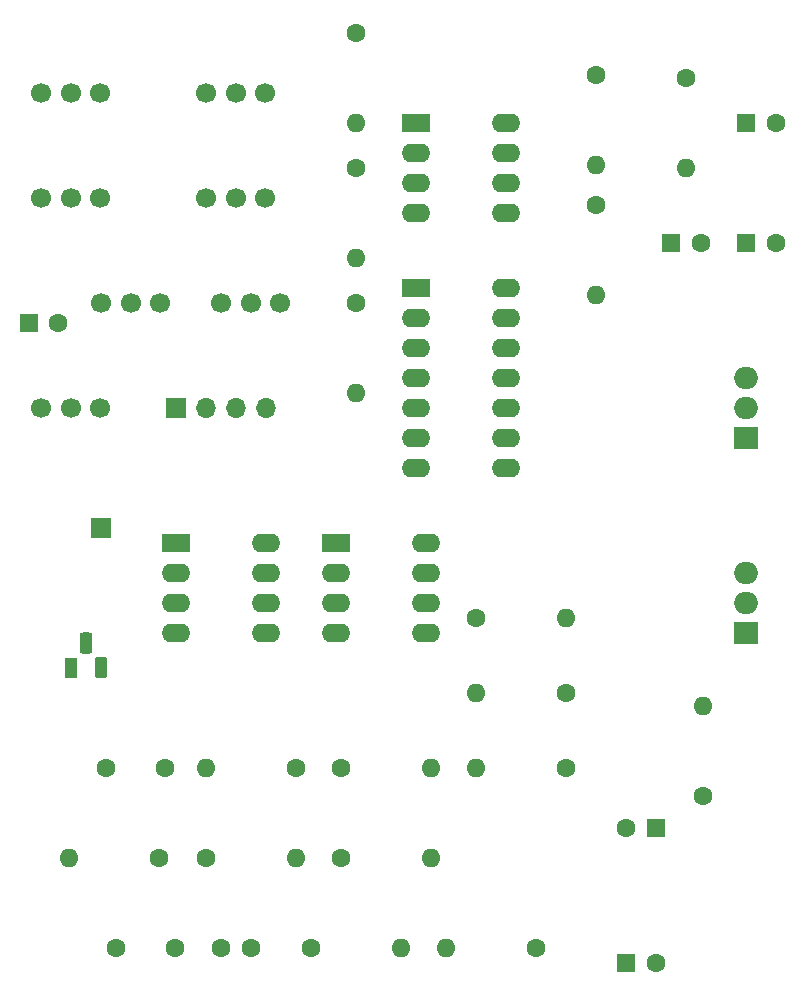
<source format=gts>
%TF.GenerationSoftware,KiCad,Pcbnew,(5.1.12)-1*%
%TF.CreationDate,2021-11-26T16:49:32-08:00*%
%TF.ProjectId,VCO,56434f2e-6b69-4636-9164-5f7063625858,rev?*%
%TF.SameCoordinates,Original*%
%TF.FileFunction,Soldermask,Top*%
%TF.FilePolarity,Negative*%
%FSLAX46Y46*%
G04 Gerber Fmt 4.6, Leading zero omitted, Abs format (unit mm)*
G04 Created by KiCad (PCBNEW (5.1.12)-1) date 2021-11-26 16:49:32*
%MOMM*%
%LPD*%
G01*
G04 APERTURE LIST*
%ADD10O,1.600000X1.600000*%
%ADD11C,1.600000*%
%ADD12R,1.700000X1.700000*%
%ADD13R,1.600000X1.600000*%
%ADD14R,1.100000X1.800000*%
%ADD15O,1.700000X1.700000*%
%ADD16C,1.700000*%
%ADD17O,2.400000X1.600000*%
%ADD18R,2.400000X1.600000*%
%ADD19O,2.000000X1.905000*%
%ADD20R,2.000000X1.905000*%
G04 APERTURE END LIST*
D10*
%TO.C,R1*%
X21380000Y-95250000D03*
D11*
X29000000Y-95250000D03*
%TD*%
D12*
%TO.C,J3*%
X24130000Y-67310000D03*
%TD*%
D11*
%TO.C,C6*%
X29561800Y-87630000D03*
X24561800Y-87630000D03*
%TD*%
D10*
%TO.C,R3*%
X49530000Y-102870000D03*
D11*
X41910000Y-102870000D03*
%TD*%
%TO.C,C7*%
X71080000Y-104140000D03*
D13*
X68580000Y-104140000D03*
%TD*%
D10*
%TO.C,R9*%
X55880000Y-81280000D03*
D11*
X63500000Y-81280000D03*
%TD*%
%TO.C,C4*%
X20500000Y-50000000D03*
D13*
X18000000Y-50000000D03*
%TD*%
D10*
%TO.C,R12*%
X75133200Y-82397600D03*
D11*
X75133200Y-90017600D03*
%TD*%
%TO.C,C8*%
X34330000Y-102870000D03*
X36830000Y-102870000D03*
%TD*%
%TO.C,C5*%
X30400000Y-102870000D03*
X25400000Y-102870000D03*
%TD*%
%TO.C,C1*%
X81240000Y-43180000D03*
D13*
X78740000Y-43180000D03*
%TD*%
D11*
%TO.C,C2*%
X74890000Y-43180000D03*
D13*
X72390000Y-43180000D03*
%TD*%
D10*
%TO.C,R13*%
X45720000Y-33020000D03*
D11*
X45720000Y-25400000D03*
%TD*%
D14*
%TO.C,Q1*%
X21590000Y-79140000D03*
G36*
G01*
X23580000Y-79765000D02*
X23580000Y-78515000D01*
G75*
G02*
X23855000Y-78240000I275000J0D01*
G01*
X24405000Y-78240000D01*
G75*
G02*
X24680000Y-78515000I0J-275000D01*
G01*
X24680000Y-79765000D01*
G75*
G02*
X24405000Y-80040000I-275000J0D01*
G01*
X23855000Y-80040000D01*
G75*
G02*
X23580000Y-79765000I0J275000D01*
G01*
G37*
G36*
G01*
X22310000Y-77695000D02*
X22310000Y-76445000D01*
G75*
G02*
X22585000Y-76170000I275000J0D01*
G01*
X23135000Y-76170000D01*
G75*
G02*
X23410000Y-76445000I0J-275000D01*
G01*
X23410000Y-77695000D01*
G75*
G02*
X23135000Y-77970000I-275000J0D01*
G01*
X22585000Y-77970000D01*
G75*
G02*
X22310000Y-77695000I0J275000D01*
G01*
G37*
%TD*%
D15*
%TO.C,J1*%
X38100000Y-57150000D03*
X35560000Y-57150000D03*
X33020000Y-57150000D03*
D12*
X30480000Y-57150000D03*
%TD*%
D10*
%TO.C,R10*%
X45720000Y-55880000D03*
D11*
X45720000Y-48260000D03*
%TD*%
D10*
%TO.C,R2*%
X40640000Y-95250000D03*
D11*
X33020000Y-95250000D03*
%TD*%
D10*
%TO.C,R11*%
X45720000Y-44450000D03*
D11*
X45720000Y-36830000D03*
%TD*%
D10*
%TO.C,R5*%
X33020000Y-87630000D03*
D11*
X40640000Y-87630000D03*
%TD*%
%TO.C,C9*%
X68620000Y-92710000D03*
D13*
X71120000Y-92710000D03*
%TD*%
D10*
%TO.C,R14*%
X53340000Y-102870000D03*
D11*
X60960000Y-102870000D03*
%TD*%
D10*
%TO.C,R8*%
X63500000Y-74930000D03*
D11*
X55880000Y-74930000D03*
%TD*%
D10*
%TO.C,R7*%
X52070000Y-95250000D03*
D11*
X44450000Y-95250000D03*
%TD*%
D10*
%TO.C,R6*%
X52070000Y-87630000D03*
D11*
X44450000Y-87630000D03*
%TD*%
D10*
%TO.C,R4*%
X55880000Y-87630000D03*
D11*
X63500000Y-87630000D03*
%TD*%
%TO.C,C3*%
X81240000Y-33020000D03*
D13*
X78740000Y-33020000D03*
%TD*%
D16*
%TO.C,RV2*%
X24050000Y-57150000D03*
X21550000Y-57150000D03*
X19050000Y-57150000D03*
%TD*%
%TO.C,RV1*%
X39290000Y-48260000D03*
X36790000Y-48260000D03*
X34290000Y-48260000D03*
%TD*%
%TO.C,J7*%
X38020000Y-39370000D03*
X35520000Y-39370000D03*
X33020000Y-39370000D03*
%TD*%
%TO.C,J4*%
X24050000Y-30480000D03*
X21550000Y-30480000D03*
X19050000Y-30480000D03*
%TD*%
%TO.C,J2*%
X29130000Y-48260000D03*
X26630000Y-48260000D03*
X24130000Y-48260000D03*
%TD*%
D17*
%TO.C,U6*%
X58420000Y-33020000D03*
X50800000Y-40640000D03*
X58420000Y-35560000D03*
X50800000Y-38100000D03*
X58420000Y-38100000D03*
X50800000Y-35560000D03*
X58420000Y-40640000D03*
D18*
X50800000Y-33020000D03*
%TD*%
D16*
%TO.C,J5*%
X38020000Y-30480000D03*
X35520000Y-30480000D03*
X33020000Y-30480000D03*
%TD*%
D17*
%TO.C,U5*%
X58420000Y-46990000D03*
X50800000Y-62230000D03*
X58420000Y-49530000D03*
X50800000Y-59690000D03*
X58420000Y-52070000D03*
X50800000Y-57150000D03*
X58420000Y-54610000D03*
X50800000Y-54610000D03*
X58420000Y-57150000D03*
X50800000Y-52070000D03*
X58420000Y-59690000D03*
X50800000Y-49530000D03*
X58420000Y-62230000D03*
D18*
X50800000Y-46990000D03*
%TD*%
D17*
%TO.C,U3*%
X51620000Y-68580000D03*
X44000000Y-76200000D03*
X51620000Y-71120000D03*
X44000000Y-73660000D03*
X51620000Y-73660000D03*
X44000000Y-71120000D03*
X51620000Y-76200000D03*
D18*
X44000000Y-68580000D03*
%TD*%
D10*
%TO.C,R17*%
X66040000Y-36620000D03*
D11*
X66040000Y-29000000D03*
%TD*%
D10*
%TO.C,R16*%
X66040000Y-47620000D03*
D11*
X66040000Y-40000000D03*
%TD*%
D10*
%TO.C,R15*%
X73660000Y-36830000D03*
D11*
X73660000Y-29210000D03*
%TD*%
D16*
%TO.C,J6*%
X24050000Y-39370000D03*
X21550000Y-39370000D03*
X19050000Y-39370000D03*
%TD*%
D17*
%TO.C,U4*%
X38100000Y-68580000D03*
X30480000Y-76200000D03*
X38100000Y-71120000D03*
X30480000Y-73660000D03*
X38100000Y-73660000D03*
X30480000Y-71120000D03*
X38100000Y-76200000D03*
D18*
X30480000Y-68580000D03*
%TD*%
D19*
%TO.C,U2*%
X78740000Y-54610000D03*
X78740000Y-57150000D03*
D20*
X78740000Y-59690000D03*
%TD*%
D19*
%TO.C,U1*%
X78740000Y-71120000D03*
X78740000Y-73660000D03*
D20*
X78740000Y-76200000D03*
%TD*%
M02*

</source>
